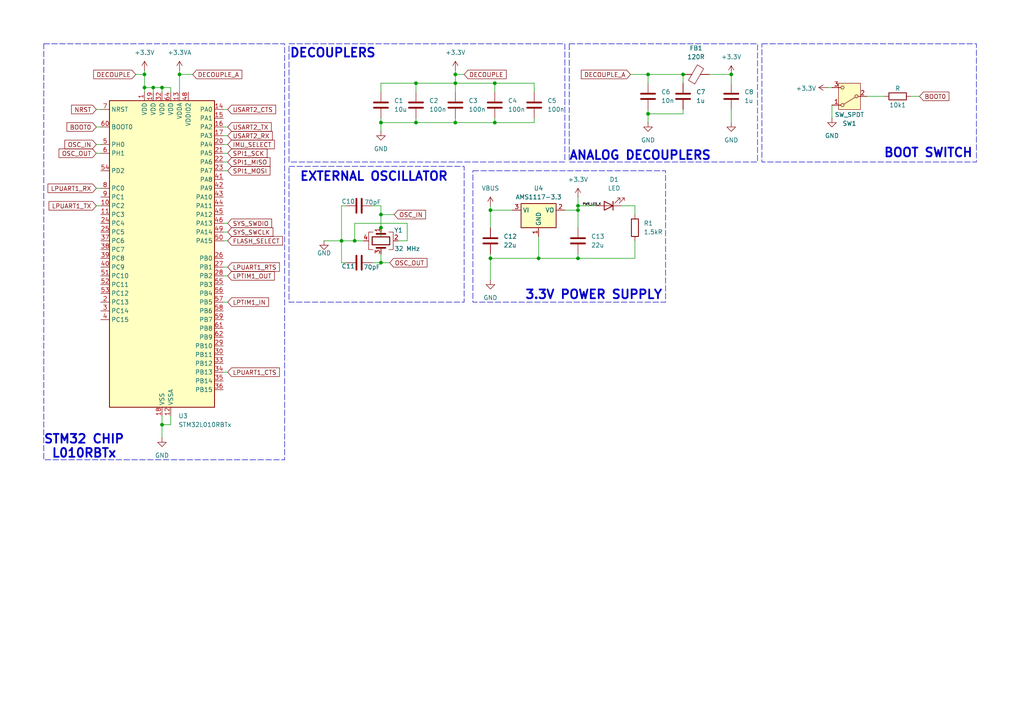
<source format=kicad_sch>
(kicad_sch (version 20231120) (generator "eeschema") (generator_version "8.0")
  (paper "A4")
  (lib_symbols
    (symbol "Device:C" (pin_numbers hide) (pin_names (offset 0.254))
      (property "Reference" "C" (at 0.635 2.54 0))
      (property "Value" "C" (at 0.635 -2.54 0))
      (symbol "C_0_1"
        (polyline (pts (xy -2.032 -0.762) (xy 2.032 -0.762)) (stroke (width 0.508)))
        (polyline (pts (xy -2.032 0.762) (xy 2.032 0.762)) (stroke (width 0.508)))
      )
      (symbol "C_1_1"
        (pin passive line (at 0 3.81 270) (length 2.794) (name "~") (number "1"))
        (pin passive line (at 0 -3.81 90) (length 2.794) (name "~") (number "2"))
      )
    )
    (symbol "Device:Crystal_GND24" (pin_names (offset 1.016) hide)
      (property "Reference" "Y" (at 3.175 5.08 0))
      (property "Value" "Crystal_GND24" (at 3.175 3.175 0))
      (symbol "Crystal_GND24_0_1"
        (rectangle (start -1.143 2.54) (end 1.143 -2.54) (stroke (width 0.3048)))
        (polyline (pts (xy -2.54 0) (xy -2.032 0)))
        (polyline (pts (xy -2.032 -1.27) (xy -2.032 1.27)) (stroke (width 0.508)))
        (polyline (pts (xy 0 -3.81) (xy 0 -3.556)))
        (polyline (pts (xy 0 3.556) (xy 0 3.81)))
        (polyline (pts (xy 2.032 -1.27) (xy 2.032 1.27)) (stroke (width 0.508)))
        (polyline (pts (xy 2.032 0) (xy 2.54 0)))
        (polyline (pts (xy -2.54 -2.286) (xy -2.54 -3.556) (xy 2.54 -3.556) (xy 2.54 -2.286)))
        (polyline (pts (xy -2.54 2.286) (xy -2.54 3.556) (xy 2.54 3.556) (xy 2.54 2.286)))
      )
      (symbol "Crystal_GND24_1_1"
        (pin passive line (at -3.81 0 0) (length 1.27) (name "1") (number "1"))
        (pin passive line (at 0 5.08 270) (length 1.27) (name "2") (number "2"))
        (pin passive line (at 3.81 0 180) (length 1.27) (name "3") (number "3"))
        (pin passive line (at 0 -5.08 90) (length 1.27) (name "4") (number "4"))
      )
    )
    (symbol "Device:FerriteBead" (pin_numbers hide) (pin_names (offset 0))
      (property "Reference" "FB" (at -3.81 0.635 90))
      (property "Value" "FerriteBead" (at 3.81 0 90))
      (symbol "FerriteBead_0_1"
        (polyline (pts (xy 0 -1.27) (xy 0 -1.2192)))
        (polyline (pts (xy 0 1.27) (xy 0 1.2954)))
        (polyline (pts (xy -2.7686 0.4064) (xy -1.7018 2.2606) (xy 2.7686 -0.3048) (xy 1.6764 -2.159) (xy -2.7686 0.4064)))
      )
      (symbol "FerriteBead_1_1"
        (pin passive line (at 0 3.81 270) (length 2.54) (name "~") (number "1"))
        (pin passive line (at 0 -3.81 90) (length 2.54) (name "~") (number "2"))
      )
    )
    (symbol "Device:LED" (pin_numbers hide) (pin_names (offset 1.016) hide)
      (property "Reference" "D" (at 0 2.54 0))
      (property "Value" "LED" (at 0 -2.54 0))
      (symbol "LED_0_1"
        (polyline (pts (xy -1.27 -1.27) (xy -1.27 1.27)) (stroke (width 0.254)))
        (polyline (pts (xy -1.27 0) (xy 1.27 0)))
        (polyline (pts (xy 1.27 -1.27) (xy 1.27 1.27) (xy -1.27 0) (xy 1.27 -1.27)) (stroke (width 0.254)))
        (polyline (pts (xy -3.048 -0.762) (xy -4.572 -2.286) (xy -3.81 -2.286) (xy -4.572 -2.286) (xy -4.572 -1.524)))
        (polyline (pts (xy -1.778 -0.762) (xy -3.302 -2.286) (xy -2.54 -2.286) (xy -3.302 -2.286) (xy -3.302 -1.524)))
      )
      (symbol "LED_1_1"
        (pin passive line (at -3.81 0 0) (length 2.54) (name "K") (number "1"))
        (pin passive line (at 3.81 0 180) (length 2.54) (name "A") (number "2"))
      )
    )
    (symbol "Device:R" (pin_numbers hide) (pin_names (offset 0))
      (property "Reference" "R" (at 2.032 0 90))
      (property "Value" "R" (at 0 0 90))
      (symbol "R_0_1"
        (rectangle (start -1.016 -2.54) (end 1.016 2.54) (stroke (width 0.254)))
      )
      (symbol "R_1_1"
        (pin passive line (at 0 3.81 270) (length 1.27) (name "~") (number "1"))
        (pin passive line (at 0 -3.81 90) (length 1.27) (name "~") (number "2"))
      )
    )
    (symbol "MCU_ST_STM32L0:STM32L010RBTx"
      (property "Reference" "U" (at -15.24 46.99 0))
      (property "Value" "STM32L010RBTx" (at 10.16 46.99 0))
      (symbol "STM32L010RBTx_0_1"
        (rectangle (start -15.24 -43.18) (end 15.24 45.72) (stroke (width 0.254)) (fill (type background)))
      )
      (symbol "STM32L010RBTx_1_1"
        (pin power_in line (at -5.08 48.26 270) (length 2.54) (name "VDD") (number "1"))
        (pin bidirectional line (at -17.78 15.24 0) (length 2.54) (name "PC2") (number "10"))
        (pin bidirectional line (at -17.78 12.7 0) (length 2.54) (name "PC3") (number "11"))
        (pin power_in line (at 2.54 -45.72 90) (length 2.54) (name "VSSA") (number "12"))
        (pin power_in line (at 5.08 48.26 270) (length 2.54) (name "VDDA") (number "13"))
        (pin bidirectional line (at 17.78 43.18 180) (length 2.54) (name "PA0") (number "14"))
        (pin bidirectional line (at 17.78 40.64 180) (length 2.54) (name "PA1") (number "15"))
        (pin bidirectional line (at 17.78 38.1 180) (length 2.54) (name "PA2") (number "16"))
        (pin bidirectional line (at 17.78 35.56 180) (length 2.54) (name "PA3") (number "17"))
        (pin power_in line (at 0 -45.72 90) (length 2.54) (name "VSS") (number "18"))
        (pin power_in line (at -2.54 48.26 270) (length 2.54) (name "VDD") (number "19"))
        (pin bidirectional line (at -17.78 -12.7 0) (length 2.54) (name "PC13") (number "2"))
        (pin bidirectional line (at 17.78 33.02 180) (length 2.54) (name "PA4") (number "20"))
        (pin bidirectional line (at 17.78 30.48 180) (length 2.54) (name "PA5") (number "21"))
        (pin bidirectional line (at 17.78 27.94 180) (length 2.54) (name "PA6") (number "22"))
        (pin bidirectional line (at 17.78 25.4 180) (length 2.54) (name "PA7") (number "23"))
        (pin bidirectional line (at -17.78 10.16 0) (length 2.54) (name "PC4") (number "24"))
        (pin bidirectional line (at -17.78 7.62 0) (length 2.54) (name "PC5") (number "25"))
        (pin bidirectional line (at 17.78 0 180) (length 2.54) (name "PB0") (number "26"))
        (pin bidirectional line (at 17.78 -2.54 180) (length 2.54) (name "PB1") (number "27"))
        (pin bidirectional line (at 17.78 -5.08 180) (length 2.54) (name "PB2") (number "28"))
        (pin bidirectional line (at 17.78 -25.4 180) (length 2.54) (name "PB10") (number "29"))
        (pin bidirectional line (at -17.78 -15.24 0) (length 2.54) (name "PC14") (number "3"))
        (pin bidirectional line (at 17.78 -27.94 180) (length 2.54) (name "PB11") (number "30"))
        (pin passive line (at 0 -45.72 90) (length 2.54) hide (name "VSS") (number "31"))
        (pin power_in line (at 0 48.26 270) (length 2.54) (name "VDD") (number "32"))
        (pin bidirectional line (at 17.78 -30.48 180) (length 2.54) (name "PB12") (number "33"))
        (pin bidirectional line (at 17.78 -33.02 180) (length 2.54) (name "PB13") (number "34"))
        (pin bidirectional line (at 17.78 -35.56 180) (length 2.54) (name "PB14") (number "35"))
        (pin bidirectional line (at 17.78 -38.1 180) (length 2.54) (name "PB15") (number "36"))
        (pin bidirectional line (at -17.78 5.08 0) (length 2.54) (name "PC6") (number "37"))
        (pin bidirectional line (at -17.78 2.54 0) (length 2.54) (name "PC7") (number "38"))
        (pin bidirectional line (at -17.78 0 0) (length 2.54) (name "PC8") (number "39"))
        (pin bidirectional line (at -17.78 -17.78 0) (length 2.54) (name "PC15") (number "4"))
        (pin bidirectional line (at -17.78 -2.54 0) (length 2.54) (name "PC9") (number "40"))
        (pin bidirectional line (at 17.78 22.86 180) (length 2.54) (name "PA8") (number "41"))
        (pin bidirectional line (at 17.78 20.32 180) (length 2.54) (name "PA9") (number "42"))
        (pin bidirectional line (at 17.78 17.78 180) (length 2.54) (name "PA10") (number "43"))
        (pin bidirectional line (at 17.78 15.24 180) (length 2.54) (name "PA11") (number "44"))
        (pin bidirectional line (at 17.78 12.7 180) (length 2.54) (name "PA12") (number "45"))
        (pin bidirectional line (at 17.78 10.16 180) (length 2.54) (name "PA13") (number "46"))
        (pin passive line (at 0 -45.72 90) (length 2.54) hide (name "VSS") (number "47"))
        (pin power_in line (at 7.62 48.26 270) (length 2.54) (name "VDDIO2") (number "48"))
        (pin bidirectional line (at 17.78 7.62 180) (length 2.54) (name "PA14") (number "49"))
        (pin bidirectional line (at -17.78 33.02 0) (length 2.54) (name "PH0") (number "5"))
        (pin bidirectional line (at 17.78 5.08 180) (length 2.54) (name "PA15") (number "50"))
        (pin bidirectional line (at -17.78 -5.08 0) (length 2.54) (name "PC10") (number "51"))
        (pin bidirectional line (at -17.78 -7.62 0) (length 2.54) (name "PC11") (number "52"))
        (pin bidirectional line (at -17.78 -10.16 0) (length 2.54) (name "PC12") (number "53"))
        (pin bidirectional line (at -17.78 25.4 0) (length 2.54) (name "PD2") (number "54"))
        (pin bidirectional line (at 17.78 -7.62 180) (length 2.54) (name "PB3") (number "55"))
        (pin bidirectional line (at 17.78 -10.16 180) (length 2.54) (name "PB4") (number "56"))
        (pin bidirectional line (at 17.78 -12.7 180) (length 2.54) (name "PB5") (number "57"))
        (pin bidirectional line (at 17.78 -15.24 180) (length 2.54) (name "PB6") (number "58"))
        (pin bidirectional line (at 17.78 -17.78 180) (length 2.54) (name "PB7") (number "59"))
        (pin bidirectional line (at -17.78 30.48 0) (length 2.54) (name "PH1") (number "6"))
        (pin input line (at -17.78 38.1 0) (length 2.54) (name "BOOT0") (number "60"))
        (pin bidirectional line (at 17.78 -20.32 180) (length 2.54) (name "PB8") (number "61"))
        (pin bidirectional line (at 17.78 -22.86 180) (length 2.54) (name "PB9") (number "62"))
        (pin passive line (at 0 -45.72 90) (length 2.54) hide (name "VSS") (number "63"))
        (pin power_in line (at 2.54 48.26 270) (length 2.54) (name "VDD") (number "64"))
        (pin input line (at -17.78 43.18 0) (length 2.54) (name "NRST") (number "7"))
        (pin bidirectional line (at -17.78 20.32 0) (length 2.54) (name "PC0") (number "8"))
        (pin bidirectional line (at -17.78 17.78 0) (length 2.54) (name "PC1") (number "9"))
      )
    )
    (symbol "Regulator_Linear:AMS1117-3.3"
      (property "Reference" "U" (at -3.81 3.175 0))
      (property "Value" "AMS1117-3.3" (at 0 3.175 0))
      (symbol "AMS1117-3.3_0_1"
        (rectangle (start -5.08 -5.08) (end 5.08 1.905) (stroke (width 0.254)) (fill (type background)))
      )
      (symbol "AMS1117-3.3_1_1"
        (pin power_in line (at 0 -7.62 90) (length 2.54) (name "GND") (number "1"))
        (pin power_out line (at 7.62 0 180) (length 2.54) (name "VO") (number "2"))
        (pin power_in line (at -7.62 0 0) (length 2.54) (name "VI") (number "3"))
      )
    )
    (symbol "Switch:SW_SPDT" (pin_names (offset 0) hide)
      (property "Reference" "SW" (at 0 5.08 0))
      (property "Value" "SW_SPDT" (at 0 -5.08 0))
      (symbol "SW_SPDT_0_1"
        (circle (center -2.032 0) (radius 0.4572))
        (polyline (pts (xy -1.651 0.254) (xy 1.651 2.286)))
        (circle (center 2.032 -2.54) (radius 0.4572))
        (circle (center 2.032 2.54) (radius 0.4572))
      )
      (symbol "SW_SPDT_1_1"
        (rectangle (start -3.175 3.81) (end 3.175 -3.81) (fill (type background)))
        (pin passive line (at 5.08 2.54 180) (length 2.54) (name "A") (number "1"))
        (pin passive line (at -5.08 0 0) (length 2.54) (name "B") (number "2"))
        (pin passive line (at 5.08 -2.54 180) (length 2.54) (name "C") (number "3"))
      )
    )
    (symbol "power:+3.3V" (power) (pin_numbers hide) (pin_names (offset 0) hide)
      (property "Value" "+3.3V" (at 0 3.556 0))
      (symbol "+3.3V_0_1"
        (polyline (pts (xy -0.762 1.27) (xy 0 2.54)))
        (polyline (pts (xy 0 0) (xy 0 2.54)))
        (polyline (pts (xy 0 2.54) (xy 0.762 1.27)))
      )
      (symbol "+3.3V_1_1"
        (pin power_in line (at 0 0 90) (length 0) (name "~") (number "1"))
      )
    )
    (symbol "power:+3.3VA" (power) (pin_numbers hide) (pin_names (offset 0) hide)
      (property "Value" "+3.3VA" (at 0 3.556 0))
      (symbol "+3.3VA_0_1"
        (polyline (pts (xy -0.762 1.27) (xy 0 2.54)))
        (polyline (pts (xy 0 0) (xy 0 2.54)))
        (polyline (pts (xy 0 2.54) (xy 0.762 1.27)))
      )
      (symbol "+3.3VA_1_1"
        (pin power_in line (at 0 0 90) (length 0) (name "~") (number "1"))
      )
    )
    (symbol "power:GND" (power) (pin_numbers hide) (pin_names (offset 0) hide)
      (property "Value" "GND" (at 0 -3.81 0))
      (symbol "GND_0_1"
        (polyline (pts (xy 0 0) (xy 0 -1.27) (xy 1.27 -1.27) (xy 0 -2.54) (xy -1.27 -1.27) (xy 0 -1.27)))
      )
      (symbol "GND_1_1"
        (pin power_in line (at 0 0 270) (length 0) (name "~") (number "1"))
      )
    )
    (symbol "power:VBUS" (power) (pin_numbers hide) (pin_names (offset 0) hide)
      (property "Value" "VBUS" (at 0 3.556 0))
      (symbol "VBUS_0_1"
        (polyline (pts (xy -0.762 1.27) (xy 0 2.54)))
        (polyline (pts (xy 0 0) (xy 0 2.54)))
        (polyline (pts (xy 0 2.54) (xy 0.762 1.27)))
      )
      (symbol "VBUS_1_1"
        (pin power_in line (at 0 0 90) (length 0) (name "~") (number "1"))
      )
    )
  )
  (junction (at 120.65 35.56))
  (junction (at 102.87 69.85))
  (junction (at 143.51 35.56))
  (junction (at 110.49 66.04))
  (junction (at 142.24 60.96))
  (junction (at 132.08 21.59))
  (junction (at 212.09 21.59))
  (junction (at 110.49 35.56))
  (junction (at 120.65 24.13))
  (junction (at 167.64 60.96))
  (junction (at 41.91 21.59))
  (junction (at 132.08 24.13))
  (junction (at 187.96 21.59))
  (junction (at 41.91 25.4))
  (junction (at 99.06 69.85))
  (junction (at 132.08 35.56))
  (junction (at 110.49 76.2))
  (junction (at 156.21 74.93))
  (junction (at 46.99 123.19))
  (junction (at 52.07 21.59))
  (junction (at 167.64 59.69))
  (junction (at 142.24 74.93))
  (junction (at 198.12 21.59))
  (junction (at 44.45 25.4))
  (junction (at 167.64 74.93))
  (junction (at 143.51 24.13))
  (junction (at 46.99 25.4))
  (junction (at 187.96 33.02))
  (junction (at 110.49 62.23))
  (wire (pts (xy 64.77 64.77) (xy 66.04 64.77)))
  (wire (pts (xy 156.21 74.93) (xy 142.24 74.93)))
  (wire (pts (xy 29.21 41.91) (xy 27.94 41.91)))
  (wire (pts (xy 132.08 34.29) (xy 132.08 35.56)))
  (wire (pts (xy 132.08 21.59) (xy 132.08 24.13)))
  (wire (pts (xy 113.03 76.2) (xy 110.49 76.2)))
  (wire (pts (xy 154.94 24.13) (xy 143.51 24.13)))
  (wire (pts (xy 205.74 21.59) (xy 212.09 21.59)))
  (wire (pts (xy 120.65 34.29) (xy 120.65 35.56)))
  (wire (pts (xy 46.99 120.65) (xy 46.99 123.19)))
  (wire (pts (xy 49.53 25.4) (xy 49.53 26.67)))
  (wire (pts (xy 52.07 21.59) (xy 52.07 26.67)))
  (wire (pts (xy 46.99 25.4) (xy 49.53 25.4)))
  (wire (pts (xy 41.91 25.4) (xy 41.91 26.67)))
  (wire (pts (xy 187.96 31.75) (xy 187.96 33.02)))
  (wire (pts (xy 187.96 33.02) (xy 187.96 35.56)))
  (wire (pts (xy 182.88 21.59) (xy 187.96 21.59)))
  (wire (pts (xy 143.51 34.29) (xy 143.51 35.56)))
  (wire (pts (xy 212.09 21.59) (xy 212.09 24.13)))
  (wire (pts (xy 110.49 73.66) (xy 110.49 76.2)))
  (wire (pts (xy 46.99 25.4) (xy 46.99 26.67)))
  (wire (pts (xy 64.77 87.63) (xy 66.04 87.63)))
  (wire (pts (xy 187.96 21.59) (xy 187.96 24.13)))
  (wire (pts (xy 167.64 59.69) (xy 172.72 59.69)))
  (wire (pts (xy 27.94 31.75) (xy 29.21 31.75)))
  (wire (pts (xy 46.99 123.19) (xy 49.53 123.19)))
  (wire (pts (xy 142.24 74.93) (xy 142.24 81.28)))
  (wire (pts (xy 212.09 31.75) (xy 212.09 35.56)))
  (wire (pts (xy 251.46 27.94) (xy 256.54 27.94)))
  (wire (pts (xy 120.65 24.13) (xy 120.65 26.67)))
  (wire (pts (xy 264.16 27.94) (xy 266.7 27.94)))
  (wire (pts (xy 64.77 77.47) (xy 66.04 77.47)))
  (wire (pts (xy 198.12 33.02) (xy 198.12 31.75)))
  (wire (pts (xy 110.49 35.56) (xy 120.65 35.56)))
  (wire (pts (xy 41.91 21.59) (xy 41.91 25.4)))
  (wire (pts (xy 64.77 31.75) (xy 66.04 31.75)))
  (wire (pts (xy 64.77 69.85) (xy 66.04 69.85)))
  (wire (pts (xy 110.49 59.69) (xy 107.95 59.69)))
  (wire (pts (xy 118.11 64.77) (xy 102.87 64.77)))
  (wire (pts (xy 44.45 25.4) (xy 46.99 25.4)))
  (wire (pts (xy 27.94 59.69) (xy 29.21 59.69)))
  (wire (pts (xy 64.77 107.95) (xy 66.04 107.95)))
  (wire (pts (xy 115.57 69.85) (xy 118.11 69.85)))
  (wire (pts (xy 41.91 25.4) (xy 44.45 25.4)))
  (wire (pts (xy 132.08 20.32) (xy 132.08 21.59)))
  (wire (pts (xy 187.96 33.02) (xy 198.12 33.02)))
  (wire (pts (xy 110.49 68.58) (xy 110.49 66.04)))
  (wire (pts (xy 184.15 74.93) (xy 184.15 69.85)))
  (wire (pts (xy 110.49 62.23) (xy 110.49 59.69)))
  (wire (pts (xy 102.87 69.85) (xy 99.06 69.85)))
  (wire (pts (xy 27.94 44.45) (xy 29.21 44.45)))
  (wire (pts (xy 64.77 46.99) (xy 66.04 46.99)))
  (wire (pts (xy 27.94 54.61) (xy 29.21 54.61)))
  (wire (pts (xy 142.24 73.66) (xy 142.24 74.93)))
  (wire (pts (xy 142.24 59.69) (xy 142.24 60.96)))
  (wire (pts (xy 64.77 36.83) (xy 66.04 36.83)))
  (wire (pts (xy 27.94 36.83) (xy 29.21 36.83)))
  (wire (pts (xy 114.3 62.23) (xy 110.49 62.23)))
  (wire (pts (xy 184.15 59.69) (xy 180.34 59.69)))
  (wire (pts (xy 64.77 49.53) (xy 66.04 49.53)))
  (wire (pts (xy 154.94 24.13) (xy 154.94 26.67)))
  (wire (pts (xy 143.51 35.56) (xy 154.94 35.56)))
  (wire (pts (xy 110.49 76.2) (xy 107.95 76.2)))
  (wire (pts (xy 39.37 21.59) (xy 41.91 21.59)))
  (wire (pts (xy 187.96 21.59) (xy 198.12 21.59)))
  (wire (pts (xy 64.77 67.31) (xy 66.04 67.31)))
  (wire (pts (xy 64.77 44.45) (xy 66.0221 44.45)))
  (wire (pts (xy 110.49 34.29) (xy 110.49 35.56)))
  (wire (pts (xy 99.06 69.85) (xy 93.98 69.85)))
  (wire (pts (xy 142.24 60.96) (xy 142.24 66.04)))
  (wire (pts (xy 52.07 20.32) (xy 52.07 21.59)))
  (wire (pts (xy 99.06 59.69) (xy 100.33 59.69)))
  (wire (pts (xy 102.87 64.77) (xy 102.87 69.85)))
  (wire (pts (xy 110.49 62.23) (xy 110.49 66.04)))
  (wire (pts (xy 184.15 62.23) (xy 184.15 59.69)))
  (wire (pts (xy 132.08 24.13) (xy 120.65 24.13)))
  (wire (pts (xy 64.77 80.01) (xy 66.04 80.01)))
  (wire (pts (xy 143.51 24.13) (xy 132.08 24.13)))
  (wire (pts (xy 110.49 24.13) (xy 110.49 26.67)))
  (wire (pts (xy 167.64 59.69) (xy 167.64 57.15)))
  (wire (pts (xy 64.77 39.37) (xy 66.04 39.37)))
  (wire (pts (xy 167.64 60.96) (xy 167.64 66.04)))
  (wire (pts (xy 163.83 60.96) (xy 167.64 60.96)))
  (wire (pts (xy 100.33 76.2) (xy 99.06 76.2)))
  (wire (pts (xy 120.65 35.56) (xy 132.08 35.56)))
  (wire (pts (xy 118.11 69.85) (xy 118.11 64.77)))
  (wire (pts (xy 198.12 21.59) (xy 198.12 24.13)))
  (wire (pts (xy 132.08 35.56) (xy 143.51 35.56)))
  (wire (pts (xy 49.53 120.65) (xy 49.53 123.19)))
  (wire (pts (xy 167.64 74.93) (xy 156.21 74.93)))
  (wire (pts (xy 64.77 41.91) (xy 66.04 41.91)))
  (wire (pts (xy 167.64 74.93) (xy 184.15 74.93)))
  (wire (pts (xy 120.65 24.13) (xy 110.49 24.13)))
  (wire (pts (xy 99.06 69.85) (xy 99.06 76.2)))
  (wire (pts (xy 142.24 60.96) (xy 148.59 60.96)))
  (wire (pts (xy 167.64 60.96) (xy 167.64 59.69)))
  (wire (pts (xy 132.08 21.59) (xy 134.62 21.59)))
  (wire (pts (xy 143.51 24.13) (xy 143.51 26.67)))
  (wire (pts (xy 241.3 30.48) (xy 241.3 34.29)))
  (wire (pts (xy 240.03 25.4) (xy 241.3 25.4)))
  (wire (pts (xy 154.94 34.29) (xy 154.94 35.56)))
  (wire (pts (xy 99.06 69.85) (xy 99.06 59.69)))
  (wire (pts (xy 110.49 35.56) (xy 110.49 38.1)))
  (wire (pts (xy 41.91 20.32) (xy 41.91 21.59)))
  (wire (pts (xy 52.07 21.59) (xy 55.88 21.59)))
  (wire (pts (xy 132.08 24.13) (xy 132.08 26.67)))
  (wire (pts (xy 167.64 73.66) (xy 167.64 74.93)))
  (wire (pts (xy 102.87 69.85) (xy 105.41 69.85)))
  (wire (pts (xy 46.99 123.19) (xy 46.99 127)))
  (wire (pts (xy 44.45 25.4) (xy 44.45 26.67)))
  (wire (pts (xy 156.21 68.58) (xy 156.21 74.93)))
  (rectangle (start 165.1 12.7) (end 219.71 46.99) (stroke (width 0) (type dash)))
  (rectangle (start 83.82 48.26) (end 134.62 87.63) (stroke (width 0) (type dash)))
  (rectangle (start 12.7 12.7) (end 82.55 133.35) (stroke (width 0) (type dash)))
  (rectangle (start 137.16 49.53) (end 193.04 87.63) (stroke (width 0) (type dash)))
  (rectangle (start 83.82 12.7) (end 163.83 46.99) (stroke (width 0) (type dash)))
  (rectangle (start 220.98 12.7) (end 283.21 46.99) (stroke (width 0) (type dash)))
  (text "3.3V POWER SUPPLY" (at 172.212 85.598 0) (effects (font (size 2.54 2.54) (thickness 0.508) (bold yes))))
  (text "STM32 CHIP\nL010RBTx" (at 24.384 129.54 0) (effects (font (size 2.54 2.54) (thickness 0.508) (bold yes))))
  (text "EXTERNAL OSCILLATOR" (at 108.458 51.308 0) (effects (font (size 2.54 2.54) (thickness 0.508) (bold yes))))
  (text "DECOUPLERS" (at 96.52 15.494 0) (effects (font (size 2.54 2.54) (thickness 0.508) (bold yes))))
  (text "ANALOG DECOUPLERS" (at 185.674 45.212 0) (effects (font (size 2.54 2.54) (thickness 0.508) (bold yes))))
  (text "BOOT SWITCH" (at 269.24 44.45 0) (effects (font (size 2.54 2.54) (thickness 0.508) (bold yes))))
  (label "PWR_LED_K" (at 168.91 59.69 0) (effects (font (size 0.635 0.635))))
  (global_label "LPTIM1_IN" (shape input) (at 66.04 87.63 0) (property "Intersheetrefs" "${INTERSHEET_REFS}" (effects (hide yes))))
  (global_label "SPI1_MISO" (shape input) (at 66.04 46.99 0) (property "Intersheetrefs" "${INTERSHEET_REFS}" (effects (hide yes))))
  (global_label "DECOUPLE_A" (shape input) (at 182.88 21.59 180) (property "Intersheetrefs" "${INTERSHEET_REFS}" (effects (hide yes))))
  (global_label "USART2_RX" (shape input) (at 66.04 39.37 0) (property "Intersheetrefs" "${INTERSHEET_REFS}" (effects (hide yes))))
  (global_label "LPUART1_RTS" (shape input) (at 66.04 77.47 0) (property "Intersheetrefs" "${INTERSHEET_REFS}" (effects (hide yes))))
  (global_label "OSC_IN" (shape input) (at 27.94 41.91 180) (property "Intersheetrefs" "${INTERSHEET_REFS}" (effects (hide yes))))
  (global_label "LPUART1_RX" (shape input) (at 27.94 54.61 180) (property "Intersheetrefs" "${INTERSHEET_REFS}" (effects (hide yes))))
  (global_label "NRST" (shape input) (at 27.94 31.75 180) (property "Intersheetrefs" "${INTERSHEET_REFS}" (effects (hide yes))))
  (global_label "SPI1_MOSI" (shape input) (at 66.04 49.53 0) (property "Intersheetrefs" "${INTERSHEET_REFS}" (effects (hide yes))))
  (global_label "LPTIM1_OUT" (shape input) (at 66.04 80.01 0) (property "Intersheetrefs" "${INTERSHEET_REFS}" (effects (hide yes))))
  (global_label "SYS_SWCLK" (shape input) (at 66.04 67.31 0) (property "Intersheetrefs" "${INTERSHEET_REFS}" (effects (hide yes))))
  (global_label "DECOUPLE_A" (shape input) (at 55.88 21.59 0) (property "Intersheetrefs" "${INTERSHEET_REFS}" (effects (hide yes))))
  (global_label "SPI1_SCK" (shape input) (at 66.0221 44.45 0) (property "Intersheetrefs" "${INTERSHEET_REFS}" (effects (hide yes))))
  (global_label "USART2_CTS" (shape input) (at 66.04 31.75 0) (property "Intersheetrefs" "${INTERSHEET_REFS}" (effects (hide yes))))
  (global_label "DECOUPLE" (shape input) (at 134.62 21.59 0) (property "Intersheetrefs" "${INTERSHEET_REFS}" (effects (hide yes))))
  (global_label "BOOT0" (shape input) (at 266.7 27.94 0) (property "Intersheetrefs" "${INTERSHEET_REFS}" (effects (hide yes))))
  (global_label "OSC_IN" (shape input) (at 114.3 62.23 0) (property "Intersheetrefs" "${INTERSHEET_REFS}" (effects (hide yes))))
  (global_label "BOOT0" (shape input) (at 27.94 36.83 180) (property "Intersheetrefs" "${INTERSHEET_REFS}" (effects (hide yes))))
  (global_label "OSC_OUT" (shape input) (at 27.94 44.45 180) (property "Intersheetrefs" "${INTERSHEET_REFS}" (effects (hide yes))))
  (global_label "USART2_TX" (shape input) (at 66.04 36.83 0) (property "Intersheetrefs" "${INTERSHEET_REFS}" (effects (hide yes))))
  (global_label "LPUART1_TX" (shape input) (at 27.94 59.69 180) (property "Intersheetrefs" "${INTERSHEET_REFS}" (effects (hide yes))))
  (global_label "DECOUPLE" (shape input) (at 39.37 21.59 180) (property "Intersheetrefs" "${INTERSHEET_REFS}" (effects (hide yes))))
  (global_label "FLASH_SELECT" (shape input) (at 66.04 69.85 0) (property "Intersheetrefs" "${INTERSHEET_REFS}" (effects (hide yes))))
  (global_label "IMU_SELECT" (shape input) (at 66.04 41.91 0) (property "Intersheetrefs" "${INTERSHEET_REFS}" (effects (hide yes))))
  (global_label "OSC_OUT" (shape input) (at 113.03 76.2 0) (property "Intersheetrefs" "${INTERSHEET_REFS}" (effects (hide yes))))
  (global_label "SYS_SWDIO" (shape input) (at 66.0271 64.77 0) (property "Intersheetrefs" "${INTERSHEET_REFS}" (effects (hide yes))))
  (global_label "LPUART1_CTS" (shape input) (at 66.04 107.95 0) (property "Intersheetrefs" "${INTERSHEET_REFS}" (effects (hide yes))))
  (symbol (lib_id "power:+3.3V") (at 240.03 25.4 90) (unit 1)
    (property "Reference" "#PWR09" (effects (hide yes)))
    (property "Value" "+3.3V" (at 236.728 25.654 90) (effects (justify left)))
    (property "Description" "Power symbol creates a global label with name \"+3.3V\"" (effects (hide yes)))
  )
  (symbol (lib_id "Device:C") (at 212.09 27.94 0) (unit 1)
    (property "Reference" "C8" (at 215.9 26.6699 0) (effects (justify left)))
    (property "Value" "1u" (at 215.9 29.2099 0) (effects (justify left)))
    (property "Description" "Unpolarized capacitor" (effects (hide yes)))
  )
  (symbol (lib_id "Device:R") (at 260.35 27.94 90) (unit 1)
    (property "Reference" "10k1" (at 260.35 30.48 90))
    (property "Value" "R" (at 260.35 25.654 90))
    (property "Description" "Resistor" (effects (hide yes)))
  )
  (symbol (lib_id "power:VBUS") (at 142.24 59.69 0) (unit 1)
    (property "Reference" "#PWR020" (effects (hide yes)))
    (property "Value" "VBUS" (at 142.24 54.61 0))
    (property "Description" "Power symbol creates a global label with name \"VBUS\"" (effects (hide yes)))
  )
  (symbol (lib_id "power:+3.3VA") (at 52.07 20.32 0) (unit 1)
    (property "Reference" "#PWR04" (effects (hide yes)))
    (property "Value" "+3.3VA" (at 52.07 15.24 0))
    (property "Description" "Power symbol creates a global label with name \"+3.3VA\"" (effects (hide yes)))
  )
  (symbol (lib_id "Device:Crystal_GND24") (at 110.49 69.85 270) (unit 1)
    (property "Reference" "Y1" (at 115.57 66.802 90))
    (property "Value" "32 MHz" (at 118.11 72.136 90))
    (property "Description" "Four pin crystal, GND on pins 2 and 4" (effects (hide yes)))
  )
  (symbol (lib_id "Device:LED") (at 176.53 59.69 180) (unit 1)
    (property "Reference" "D1" (at 178.1175 52.07 0))
    (property "Value" "LED" (at 178.1175 54.61 0))
    (property "Description" "Light emitting diode" (effects (hide yes)))
  )
  (symbol (lib_id "Device:C") (at 142.24 69.85 0) (unit 1)
    (property "Reference" "C12" (at 146.05 68.5799 0) (effects (justify left)))
    (property "Value" "22u" (at 146.05 71.1199 0) (effects (justify left)))
    (property "Description" "Unpolarized capacitor" (effects (hide yes)))
  )
  (symbol (lib_id "Device:C") (at 154.94 30.48 0) (unit 1)
    (property "Reference" "C5" (at 158.75 29.2099 0) (effects (justify left)))
    (property "Value" "100n" (at 158.75 31.7499 0) (effects (justify left)))
    (property "Description" "Unpolarized capacitor" (effects (hide yes)))
  )
  (symbol (lib_id "Device:C") (at 198.12 27.94 0) (unit 1)
    (property "Reference" "C7" (at 201.93 26.6699 0) (effects (justify left)))
    (property "Value" "1u" (at 201.93 29.2099 0) (effects (justify left)))
    (property "Description" "Unpolarized capacitor" (effects (hide yes)))
  )
  (symbol (lib_id "Device:R") (at 184.15 66.04 0) (unit 1)
    (property "Reference" "R1" (at 186.69 64.7699 0) (effects (justify left)))
    (property "Value" "1.5kR" (at 186.69 67.3099 0) (effects (justify left)))
    (property "Description" "Resistor" (effects (hide yes)))
  )
  (symbol (lib_id "power:+3.3V") (at 41.91 20.32 0) (unit 1)
    (property "Reference" "#PWR01" (effects (hide yes)))
    (property "Value" "+3.3V" (at 41.91 15.24 0))
    (property "Description" "Power symbol creates a global label with name \"+3.3V\"" (effects (hide yes)))
  )
  (symbol (lib_id "Switch:SW_SPDT") (at 246.38 27.94 180) (unit 1)
    (property "Reference" "SW1" (at 246.38 35.814 0))
    (property "Value" "SW_SPDT" (at 246.38 33.274 0))
    (property "Description" "Switch, single pole double throw" (effects (hide yes)))
  )
  (symbol (lib_id "power:GND") (at 187.96 35.56 0) (unit 1)
    (property "Reference" "#PWR05" (effects (hide yes)))
    (property "Value" "GND" (at 187.96 40.64 0))
    (property "Description" "Power symbol creates a global label with name \"GND\" , ground" (effects (hide yes)))
  )
  (symbol (lib_id "Device:C") (at 187.96 27.94 0) (unit 1)
    (property "Reference" "C6" (at 191.77 26.6699 0) (effects (justify left)))
    (property "Value" "10n" (at 191.77 29.2099 0) (effects (justify left)))
    (property "Description" "Unpolarized capacitor" (effects (hide yes)))
  )
  (symbol (lib_id "power:GND") (at 110.49 38.1 0) (unit 1)
    (property "Reference" "#PWR03" (effects (hide yes)))
    (property "Value" "GND" (at 110.49 43.18 0))
    (property "Description" "Power symbol creates a global label with name \"GND\" , ground" (effects (hide yes)))
  )
  (symbol (lib_id "power:GND") (at 142.24 81.28 0) (unit 1)
    (property "Reference" "#PWR021" (effects (hide yes)))
    (property "Value" "GND" (at 142.24 86.36 0))
    (property "Description" "Power symbol creates a global label with name \"GND\" , ground" (effects (hide yes)))
  )
  (symbol (lib_id "Device:FerriteBead") (at 201.93 21.59 90) (unit 1)
    (property "Reference" "FB1" (at 201.8792 13.97 90))
    (property "Value" "120R" (at 201.8792 16.51 90))
    (property "Description" "Ferrite bead" (effects (hide yes)))
  )
  (symbol (lib_id "Device:C") (at 104.14 59.69 270) (unit 1)
    (property "Reference" "C10" (at 99.06 58.42 90) (effects (justify left)))
    (property "Value" "70pF" (at 105.664 58.674 90) (effects (justify left)))
    (property "Description" "Unpolarized capacitor" (effects (hide yes)))
  )
  (symbol (lib_id "Device:C") (at 104.14 76.2 270) (unit 1)
    (property "Reference" "C11" (at 99.06 77.216 90) (effects (justify left)))
    (property "Value" "70pF" (at 105.41 77.47 90) (effects (justify left)))
    (property "Description" "Unpolarized capacitor" (effects (hide yes)))
  )
  (symbol (lib_id "Device:C") (at 120.65 30.48 0) (unit 1)
    (property "Reference" "C2" (at 124.46 29.2099 0) (effects (justify left)))
    (property "Value" "100n" (at 124.46 31.7499 0) (effects (justify left)))
    (property "Description" "Unpolarized capacitor" (effects (hide yes)))
  )
  (symbol (lib_id "Regulator_Linear:AMS1117-3.3") (at 156.21 60.96 0) (unit 1)
    (property "Reference" "U4" (at 156.21 54.61 0))
    (property "Value" "AMS1117-3.3" (at 156.21 57.15 0))
    (property "Footprint" "Package_TO_SOT_SMD:SOT-223-3_TabPin2" (effects (hide yes)))
    (property "Datasheet" "http://www.advanced-monolithic.com/pdf/ds1117.pdf" (effects (hide yes)))
    (property "Description" "1A Low Dropout regulator, positive, 3.3V fixed output, SOT-223" (effects (hide yes)))
  )
  (symbol (lib_id "power:GND") (at 212.09 35.56 0) (unit 1)
    (property "Reference" "#PWR07" (effects (hide yes)))
    (property "Value" "GND" (at 212.09 40.64 0))
    (property "Description" "Power symbol creates a global label with name \"GND\" , ground" (effects (hide yes)))
  )
  (symbol (lib_id "Device:C") (at 167.64 69.85 0) (unit 1)
    (property "Reference" "C13" (at 171.45 68.5799 0) (effects (justify left)))
    (property "Value" "22u" (at 171.45 71.1199 0) (effects (justify left)))
    (property "Description" "Unpolarized capacitor" (effects (hide yes)))
  )
  (symbol (lib_id "MCU_ST_STM32L0:STM32L010RBTx") (at 46.99 74.93 0) (unit 1)
    (property "Reference" "U3" (at 51.7241 120.65 0) (effects (justify left)))
    (property "Value" "STM32L010RBTx" (at 51.7241 123.19 0) (effects (justify left)))
    (property "Footprint" "Package_QFP:LQFP-64_10x10mm_P0.5mm" (effects (hide yes)))
    (property "Datasheet" "https://www.st.com/resource/en/datasheet/stm32l010rb.pdf" (effects (hide yes)))
    (property "Description" "STMicroelectronics Arm Cortex-M0+ MCU, 128KB flash, 20KB RAM, 32 MHz, 1.8-3.6V, 51 GPIO, LQFP64" (effects (hide yes)))
  )
  (symbol (lib_id "Device:C") (at 110.49 30.48 0) (unit 1)
    (property "Reference" "C1" (at 114.3 29.2099 0) (effects (justify left)))
    (property "Value" "10u" (at 114.3 31.7499 0) (effects (justify left)))
    (property "Description" "Unpolarized capacitor" (effects (hide yes)))
  )
  (symbol (lib_id "power:+3.3V") (at 132.08 20.32 0) (unit 1)
    (property "Reference" "#PWR024" (effects (hide yes)))
    (property "Value" "+3.3V" (at 132.08 15.24 0))
    (property "Description" "Power symbol creates a global label with name \"+3.3V\"" (effects (hide yes)))
  )
  (symbol (lib_id "Device:C") (at 143.51 30.48 0) (unit 1)
    (property "Reference" "C4" (at 147.32 29.2099 0) (effects (justify left)))
    (property "Value" "100n" (at 147.32 31.7499 0) (effects (justify left)))
    (property "Description" "Unpolarized capacitor" (effects (hide yes)))
  )
  (symbol (lib_id "power:GND") (at 46.99 127 0) (unit 1)
    (property "Reference" "#PWR02" (effects (hide yes)))
    (property "Value" "GND" (at 46.99 132.08 0))
    (property "Description" "Power symbol creates a global label with name \"GND\" , ground" (effects (hide yes)))
  )
  (symbol (lib_id "power:+3.3V") (at 212.09 21.59 0) (unit 1)
    (property "Reference" "#PWR06" (effects (hide yes)))
    (property "Value" "+3.3V" (at 212.09 16.51 0))
    (property "Description" "Power symbol creates a global label with name \"+3.3V\"" (effects (hide yes)))
  )
  (symbol (lib_id "power:GND") (at 93.98 69.85 0) (unit 1)
    (property "Reference" "#PWR011" (effects (hide yes)))
    (property "Value" "GND" (at 91.948 73.406 0) (effects (justify left)))
    (property "Description" "Power symbol creates a global label with name \"GND\" , ground" (effects (hide yes)))
  )
  (symbol (lib_id "power:GND") (at 241.3 34.29 0) (unit 1)
    (property "Reference" "#PWR010" (effects (hide yes)))
    (property "Value" "GND" (at 241.3 39.37 0))
    (property "Description" "Power symbol creates a global label with name \"GND\" , ground" (effects (hide yes)))
  )
  (symbol (lib_id "Device:C") (at 132.08 30.48 0) (unit 1)
    (property "Reference" "C3" (at 135.89 29.2099 0) (effects (justify left)))
    (property "Value" "100n" (at 135.89 31.7499 0) (effects (justify left)))
    (property "Description" "Unpolarized capacitor" (effects (hide yes)))
  )
  (symbol (lib_id "power:+3.3V") (at 167.64 57.15 0) (unit 1)
    (property "Reference" "#PWR022" (effects (hide yes)))
    (property "Value" "+3.3V" (at 167.64 52.07 0))
    (property "Description" "Power symbol creates a global label with name \"+3.3V\"" (effects (hide yes)))
  )
)
</source>
